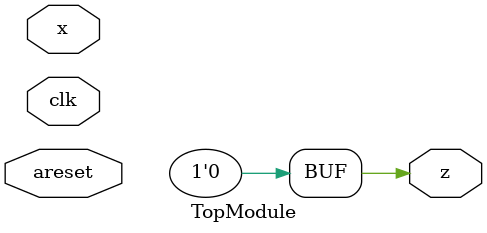
<source format=sv>
module TopModule (
    input logic clk,
    input logic areset,
    input logic x,
    output logic z
);

    typedef enum logic [1:0] {
        INIT,
        PROCESS
    } state_t;

    state_t current_state, next_state;
    logic [1:0] bit_counter;
    logic [7:0] input_reg, output_reg; // Assuming 8-bit processing for example

    // State transition logic
    always_ff @(posedge clk or posedge areset) begin
        if (areset) begin
            current_state <= INIT;
            bit_counter <= 0;
            input_reg <= 0;
            output_reg <= 0;
        end else begin
            current_state <= next_state;
            if (current_state == PROCESS) begin
                input_reg <= {input_reg[6:0], x}; // Shift in new bit
                bit_counter <= bit_counter + 1;
                if (bit_counter == 7) begin
                    output_reg <= ~input_reg + 1; // Calculate 2's complement
                end
            end
        end
    end

    // Next state logic
    always_comb begin
        case (current_state)
            INIT: begin
                if (!areset) begin
                    next_state = PROCESS;
                end else begin
                    next_state = INIT;
                end
            end
            PROCESS: begin
                if (areset) begin
                    next_state = INIT;
                end else begin
                    next_state = PROCESS;
                end
            end
            default: next_state = INIT;
        endcase
    end

    // Output logic
    always_comb begin
        if (current_state == PROCESS && bit_counter == 7) begin
            z = output_reg[7]; // Output the MSB of the 2's complement
        end else begin
            z = 0;
        end
    end

endmodule
</source>
